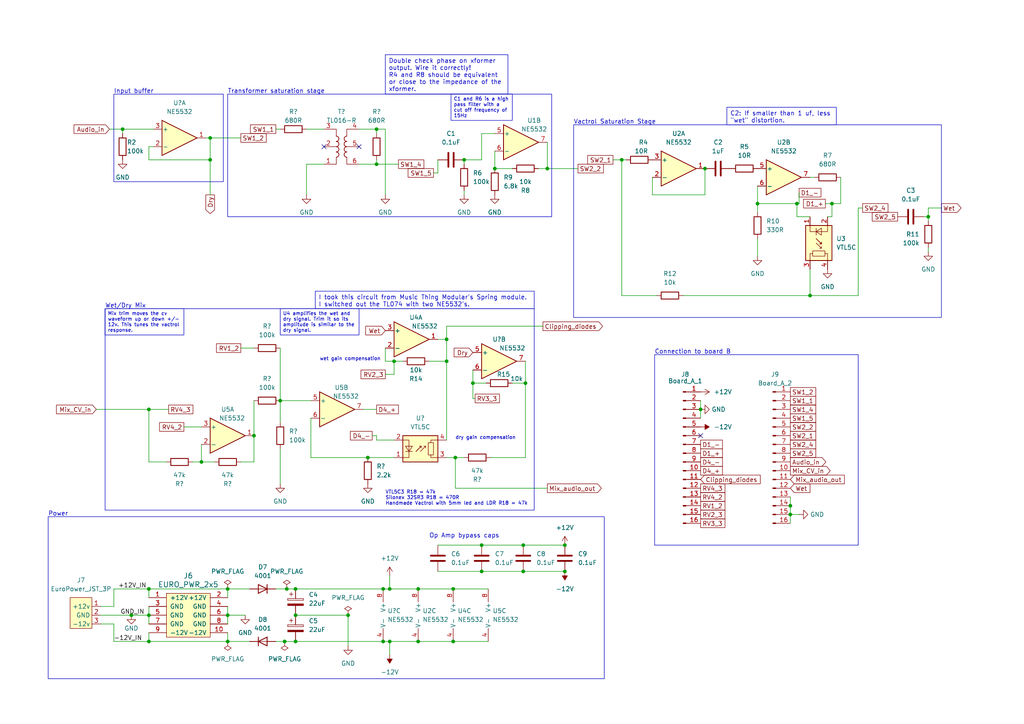
<source format=kicad_sch>
(kicad_sch (version 20230121) (generator eeschema)
  (paper "A4")
  (title_block (title "Eurorack Multi Saturation Module Board A") (date "2023-12-24") (rev "0.5") (company "DIYSynthManila") (comment 1 "This version is a prototype."))
  (lib_symbols
    (symbol "Amplifier_Operational:NE5532" (pin_names (offset 0.127))
      (property "Reference" "U" (at 0 5.08 0))
      (property "Value" "NE5532" (at 0 -5.08 0))
      (symbol "NE5532_1_1"
        (pin output line (at 7.62 0 180) (length 2.54) (name "~") (number "1"))
        (pin input line (at -7.62 -2.54 0) (length 2.54) (name "-") (number "2"))
        (pin input line (at -7.62 2.54 0) (length 2.54) (name "+") (number "3"))
      )
      (symbol "NE5532_2_1"
        (pin input line (at -7.62 2.54 0) (length 2.54) (name "+") (number "5"))
        (pin input line (at -7.62 -2.54 0) (length 2.54) (name "-") (number "6"))
        (pin output line (at 7.62 0 180) (length 2.54) (name "~") (number "7"))
      )
      (symbol "NE5532_3_1"
        (pin power_in line (at -2.54 -7.62 90) (length 3.81) (name "V-") (number "4"))
        (pin power_in line (at -2.54 7.62 270) (length 3.81) (name "V+") (number "8"))
      )
    )
    (symbol "Connector:Conn_01x16_Pin" (pin_names (offset 1.016) hide)
      (property "Reference" "J" (at 0 20.32 0))
      (property "Value" "Conn_01x16_Pin" (at 0 -22.86 0))
      (symbol "Conn_01x16_Pin_1_1"
        (pin passive line (at 5.08 17.78 180) (length 3.81) (name "Pin_1") (number "1"))
        (pin passive line (at 5.08 -5.08 180) (length 3.81) (name "Pin_10") (number "10"))
        (pin passive line (at 5.08 -7.62 180) (length 3.81) (name "Pin_11") (number "11"))
        (pin passive line (at 5.08 -10.16 180) (length 3.81) (name "Pin_12") (number "12"))
        (pin passive line (at 5.08 -12.7 180) (length 3.81) (name "Pin_13") (number "13"))
        (pin passive line (at 5.08 -15.24 180) (length 3.81) (name "Pin_14") (number "14"))
        (pin passive line (at 5.08 -17.78 180) (length 3.81) (name "Pin_15") (number "15"))
        (pin passive line (at 5.08 -20.32 180) (length 3.81) (name "Pin_16") (number "16"))
        (pin passive line (at 5.08 15.24 180) (length 3.81) (name "Pin_2") (number "2"))
        (pin passive line (at 5.08 12.7 180) (length 3.81) (name "Pin_3") (number "3"))
        (pin passive line (at 5.08 10.16 180) (length 3.81) (name "Pin_4") (number "4"))
        (pin passive line (at 5.08 7.62 180) (length 3.81) (name "Pin_5") (number "5"))
        (pin passive line (at 5.08 5.08 180) (length 3.81) (name "Pin_6") (number "6"))
        (pin passive line (at 5.08 2.54 180) (length 3.81) (name "Pin_7") (number "7"))
        (pin passive line (at 5.08 0 180) (length 3.81) (name "Pin_8") (number "8"))
        (pin passive line (at 5.08 -2.54 180) (length 3.81) (name "Pin_9") (number "9"))
      )
    )
    (symbol "DIYSynthMNL:JST_Eurorack_power_3P"
      (property "Reference" "J" (at -3.81 1.27 0))
      (property "Value" "EuroPower_JST_3P" (at -2.54 -10.16 0))
      (symbol "JST_Eurorack_power_3P_1_1"
        (pin power_in line (at 2.54 -2.54 180) (length 2.54) (name "+12v") (number "1"))
        (pin power_in line (at 2.54 -5.08 180) (length 2.54) (name "GND") (number "2"))
        (pin power_in line (at 2.54 -7.62 180) (length 2.54) (name "-12v") (number "3"))
      )
    )
    (symbol "Device:C" (pin_numbers hide) (pin_names (offset 0.254))
      (property "Reference" "C" (at 0.635 2.54 0))
      (property "Value" "C" (at 0.635 -2.54 0))
      (symbol "C_1_1"
        (pin passive line (at 0 3.81 270) (length 2.794) (name "~") (number "1"))
        (pin passive line (at 0 -3.81 90) (length 2.794) (name "~") (number "2"))
      )
    )
    (symbol "Device:C_Polarized" (pin_numbers hide) (pin_names (offset 0.254))
      (property "Reference" "C" (at 0.635 2.54 0))
      (property "Value" "C_Polarized" (at 0.635 -2.54 0))
      (symbol "C_Polarized_1_1"
        (pin passive line (at 0 3.81 270) (length 2.794) (name "~") (number "1"))
        (pin passive line (at 0 -3.81 90) (length 2.794) (name "~") (number "2"))
      )
    )
    (symbol "Device:D" (pin_numbers hide) (pin_names (offset 1.016) hide)
      (property "Reference" "D" (at 0 2.54 0))
      (property "Value" "D" (at 0 -2.54 0))
      (symbol "D_1_1"
        (pin passive line (at -3.81 0 0) (length 2.54) (name "K") (number "1"))
        (pin passive line (at 3.81 0 180) (length 2.54) (name "A") (number "2"))
      )
    )
    (symbol "Device:R" (pin_numbers hide) (pin_names (offset 0))
      (property "Reference" "R" (at 2.032 0 90))
      (property "Value" "R" (at 0 0 90))
      (symbol "R_1_1"
        (pin passive line (at 0 3.81 270) (length 1.27) (name "~") (number "1"))
        (pin passive line (at 0 -3.81 90) (length 1.27) (name "~") (number "2"))
      )
    )
    (symbol "Isolator:VTL5C" (pin_names (offset 1.016) hide)
      (property "Reference" "U" (at 0 5.08 0))
      (property "Value" "VTL5C" (at 0 -5.08 0))
      (symbol "VTL5C_1_1"
        (pin passive line (at -7.62 2.54 0) (length 2.54) (name "-") (number "1"))
        (pin passive line (at -7.62 -2.54 0) (length 2.54) (name "+") (number "2"))
        (pin passive line (at 7.62 2.54 180) (length 2.54) (name "~") (number "3"))
        (pin passive line (at 7.62 -2.54 180) (length 2.54) (name "~") (number "4"))
      )
    )
    (symbol "Transformer:ADTT3-2" (pin_names hide)
      (property "Reference" "TR" (at 0 6.35 0))
      (property "Value" "ADTT3-2" (at 0 -6.35 0))
      (symbol "ADTT3-2_1_1"
        (pin passive line (at -5.08 -5.08 0) (length 2.54) (name "~") (number "1"))
        (pin passive line (at -5.08 0 0) (length 2.54) (name "~") (number "2"))
        (pin passive line (at -5.08 5.08 0) (length 2.54) (name "~") (number "3"))
        (pin passive line (at 5.08 5.08 180) (length 2.54) (name "~") (number "4"))
        (pin passive line (at 5.08 0 180) (length 2.54) (name "~") (number "5"))
        (pin passive line (at 5.08 -5.08 180) (length 2.54) (name "~") (number "6"))
      )
    )
    (symbol "eurocad:EURO_PWR_2x5" (pin_names (offset 1.016))
      (property "Reference" "J" (at 0 -7.62 0))
      (property "Value" "EURO_PWR_2x5" (at 0 7.62 0))
      (symbol "EURO_PWR_2x5_1_1"
        (pin power_in line (at -11.43 5.08 0) (length 5.08) (name "+12V") (number "1"))
        (pin power_in line (at 11.43 -5.08 180) (length 5.08) (name "-12V") (number "10"))
        (pin power_in line (at 11.43 5.08 180) (length 5.08) (name "+12V") (number "2"))
        (pin power_in line (at -11.43 2.54 0) (length 5.08) (name "GND") (number "3"))
        (pin power_in line (at 11.43 2.54 180) (length 5.08) (name "GND") (number "4"))
        (pin power_in line (at -11.43 0 0) (length 5.08) (name "GND") (number "5"))
        (pin power_in line (at 11.43 0 180) (length 5.08) (name "GND") (number "6"))
        (pin power_in line (at -11.43 -2.54 0) (length 5.08) (name "GND") (number "7"))
        (pin power_in line (at 11.43 -2.54 180) (length 5.08) (name "GND") (number "8"))
        (pin power_in line (at -11.43 -5.08 0) (length 5.08) (name "-12V") (number "9"))
      )
    )
    (symbol "power:+12V" (power) (pin_names (offset 0))
      (property "Value" "+12V" (at 0 3.556 0))
      (symbol "+12V_1_1"
        (pin power_in line (at 0 0 90) (length 0) hide (name "+12V") (number "1"))
      )
    )
    (symbol "power:-12V" (power) (pin_names (offset 0))
      (property "Value" "-12V" (at 0 3.81 0))
      (symbol "-12V_0_0"
        (pin power_in line (at 0 0 90) (length 0) hide (name "-12V") (number "1"))
      )
    )
    (symbol "power:GND" (power) (pin_names (offset 0))
      (property "Value" "GND" (at 0 -3.81 0))
      (symbol "GND_1_1"
        (pin power_in line (at 0 0 270) (length 0) hide (name "GND") (number "1"))
      )
    )
    (symbol "power:PWR_FLAG" (power) (pin_numbers hide) (pin_names (offset 0) hide)
      (property "Value" "PWR_FLAG" (at 0 3.81 0))
      (symbol "PWR_FLAG_0_0"
        (pin power_out line (at 0 0 90) (length 0) (name "pwr") (number "1"))
      )
    )
  )
  (junction (at 163.83 158.115))
  (junction (at 229.235 146.685))
  (junction (at 113.03 170.815))
  (junction (at 109.22 47.625))
  (junction (at 163.83 165.735))
  (junction (at 129.54 98.425))
  (junction (at 85.725 186.055))
  (junction (at 73.66 126.365))
  (junction (at 139.7 165.735))
  (junction (at 111.125 186.055))
  (junction (at 121.285 186.055))
  (junction (at 85.725 178.435))
  (junction (at 43.18 178.435))
  (junction (at 111.125 170.815))
  (junction (at 66.04 186.055))
  (junction (at 60.96 46.355))
  (junction (at 134.62 46.355))
  (junction (at 231.14 59.055))
  (junction (at 241.3 59.055))
  (junction (at 269.24 62.865))
  (junction (at 58.42 133.985))
  (junction (at 180.34 46.355))
  (junction (at 43.18 186.055))
  (junction (at 151.765 158.115))
  (junction (at 229.235 149.225))
  (junction (at 35.56 37.465))
  (junction (at 204.47 48.895))
  (junction (at 203.2 118.745))
  (junction (at 43.18 118.745))
  (junction (at 131.445 186.055))
  (junction (at 132.08 132.715))
  (junction (at 139.7 158.115))
  (junction (at 113.03 186.055))
  (junction (at 152.4 111.125))
  (junction (at 66.04 178.435))
  (junction (at 129.54 104.775))
  (junction (at 85.725 170.815))
  (junction (at 219.71 59.055))
  (junction (at 100.965 178.435))
  (junction (at 114.3 104.775))
  (junction (at 109.22 37.465))
  (junction (at 158.75 48.895))
  (junction (at 81.28 116.205))
  (junction (at 151.765 165.735))
  (junction (at 60.96 40.005))
  (junction (at 38.1 178.435))
  (junction (at 143.51 48.895))
  (junction (at 121.285 170.815))
  (junction (at 66.04 170.815))
  (junction (at 83.185 170.815))
  (junction (at 82.55 186.055))
  (junction (at 131.445 170.815))
  (junction (at 137.16 111.125))
  (junction (at 43.18 170.815))
  (junction (at 234.95 85.725))
  (junction (at 106.68 132.715))
  (no_connect (at 203.2 126.365))
  (no_connect (at 93.98 42.545))
  (no_connect (at 104.14 42.545))
  (wire (pts (xy 231.14 62.865) (xy 231.14 59.055)))
  (wire (pts (xy 43.18 133.985) (xy 43.18 118.745)))
  (wire (pts (xy 132.08 141.605) (xy 158.75 141.605)))
  (wire (pts (xy 139.7 158.115) (xy 151.765 158.115)))
  (wire (pts (xy 38.1 178.435) (xy 43.18 178.435)))
  (wire (pts (xy 137.16 111.125) (xy 140.97 111.125)))
  (wire (pts (xy 134.62 46.355) (xy 139.7 46.355)))
  (wire (pts (xy 157.48 94.615) (xy 129.54 94.615)))
  (wire (pts (xy 129.54 104.775) (xy 129.54 98.425)))
  (wire (pts (xy 109.22 46.355) (xy 109.22 47.625)))
  (wire (pts (xy 27.94 118.745) (xy 43.18 118.745)))
  (wire (pts (xy 269.24 73.025) (xy 269.24 71.755)))
  (wire (pts (xy 114.3 108.585) (xy 111.76 108.585)))
  (wire (pts (xy 231.775 149.225) (xy 229.235 149.225)))
  (wire (pts (xy 114.3 104.775) (xy 114.3 108.585)))
  (wire (pts (xy 158.75 41.275) (xy 158.75 48.895)))
  (wire (pts (xy 104.14 37.465) (xy 109.22 37.465)))
  (wire (pts (xy 85.725 186.055) (xy 111.125 186.055)))
  (wire (pts (xy 143.51 43.815) (xy 143.51 48.895)))
  (wire (pts (xy 88.9 47.625) (xy 88.9 56.515)))
  (wire (pts (xy 121.285 186.055) (xy 131.445 186.055)))
  (wire (pts (xy 88.9 47.625) (xy 93.98 47.625)))
  (wire (pts (xy 90.17 121.285) (xy 90.17 132.715)))
  (wire (pts (xy 66.04 175.895) (xy 66.04 178.435)))
  (wire (pts (xy 113.03 170.815) (xy 121.285 170.815)))
  (wire (pts (xy 250.19 60.325) (xy 248.92 60.325)))
  (wire (pts (xy 134.62 55.245) (xy 134.62 56.515)))
  (wire (pts (xy 241.3 59.055) (xy 241.3 62.865)))
  (wire (pts (xy 269.24 60.325) (xy 273.05 60.325)))
  (wire (pts (xy 109.22 37.465) (xy 111.76 37.465)))
  (wire (pts (xy 127 165.735) (xy 139.7 165.735)))
  (wire (pts (xy 44.45 42.545) (xy 43.18 42.545)))
  (wire (pts (xy 43.18 183.515) (xy 43.18 186.055)))
  (wire (pts (xy 131.445 186.055) (xy 141.605 186.055)))
  (wire (pts (xy 66.04 170.815) (xy 43.18 170.815)))
  (wire (pts (xy 229.235 146.685) (xy 229.235 149.225)))
  (wire (pts (xy 219.71 59.055) (xy 231.14 59.055)))
  (wire (pts (xy 269.24 62.865) (xy 267.97 62.865)))
  (wire (pts (xy 85.725 170.815) (xy 111.125 170.815)))
  (wire (pts (xy 33.02 180.975) (xy 33.02 186.055)))
  (wire (pts (xy 113.03 167.005) (xy 113.03 170.815)))
  (wire (pts (xy 131.445 170.815) (xy 141.605 170.815)))
  (wire (pts (xy 109.22 38.735) (xy 109.22 37.465)))
  (wire (pts (xy 60.96 46.355) (xy 60.96 40.005)))
  (wire (pts (xy 81.28 116.205) (xy 81.28 122.555)))
  (wire (pts (xy 231.14 62.865) (xy 234.95 62.865)))
  (wire (pts (xy 81.28 37.465) (xy 80.01 37.465)))
  (wire (pts (xy 203.2 116.205) (xy 203.2 118.745)))
  (wire (pts (xy 234.95 51.435) (xy 236.22 51.435)))
  (wire (pts (xy 66.04 170.815) (xy 72.39 170.815)))
  (wire (pts (xy 113.03 186.055) (xy 113.03 189.865)))
  (wire (pts (xy 109.22 127.635) (xy 109.22 126.365)))
  (wire (pts (xy 107.95 126.365) (xy 109.22 126.365)))
  (wire (pts (xy 48.26 133.985) (xy 43.18 133.985)))
  (wire (pts (xy 85.725 178.435) (xy 100.965 178.435)))
  (wire (pts (xy 152.4 111.125) (xy 152.4 132.715)))
  (wire (pts (xy 241.3 62.865) (xy 240.03 62.865)))
  (wire (pts (xy 80.01 170.815) (xy 83.185 170.815)))
  (wire (pts (xy 35.56 37.465) (xy 44.45 37.465)))
  (wire (pts (xy 113.03 186.055) (xy 121.285 186.055)))
  (wire (pts (xy 113.03 170.815) (xy 111.125 170.815)))
  (wire (pts (xy 219.71 69.215) (xy 219.71 74.295)))
  (wire (pts (xy 113.03 186.055) (xy 111.125 186.055)))
  (wire (pts (xy 59.69 40.005) (xy 60.96 40.005)))
  (wire (pts (xy 66.04 178.435) (xy 66.04 180.975)))
  (wire (pts (xy 152.4 132.715) (xy 142.24 132.715)))
  (wire (pts (xy 148.59 111.125) (xy 152.4 111.125)))
  (wire (pts (xy 127 46.355) (xy 127 50.165)))
  (wire (pts (xy 269.24 60.325) (xy 269.24 62.865)))
  (wire (pts (xy 43.18 175.895) (xy 43.18 178.435)))
  (wire (pts (xy 58.42 128.905) (xy 58.42 133.985)))
  (wire (pts (xy 33.02 175.895) (xy 33.02 170.815)))
  (wire (pts (xy 111.76 56.515) (xy 111.76 37.465)))
  (wire (pts (xy 73.66 126.365) (xy 73.66 133.985)))
  (wire (pts (xy 269.24 64.135) (xy 269.24 62.865)))
  (wire (pts (xy 29.21 178.435) (xy 38.1 178.435)))
  (wire (pts (xy 151.765 165.735) (xy 163.83 165.735)))
  (wire (pts (xy 127 158.115) (xy 139.7 158.115)))
  (wire (pts (xy 219.71 53.975) (xy 219.71 59.055)))
  (wire (pts (xy 80.01 186.055) (xy 82.55 186.055)))
  (wire (pts (xy 152.4 104.775) (xy 152.4 111.125)))
  (wire (pts (xy 58.42 133.985) (xy 62.23 133.985)))
  (wire (pts (xy 248.92 60.325) (xy 248.92 85.725)))
  (wire (pts (xy 243.84 59.055) (xy 241.3 59.055)))
  (wire (pts (xy 151.765 158.115) (xy 163.83 158.115)))
  (wire (pts (xy 83.185 170.815) (xy 85.725 170.815)))
  (wire (pts (xy 129.54 94.615) (xy 129.54 98.425)))
  (wire (pts (xy 66.04 173.355) (xy 66.04 170.815)))
  (wire (pts (xy 219.71 61.595) (xy 219.71 59.055)))
  (wire (pts (xy 66.04 186.055) (xy 72.39 186.055)))
  (wire (pts (xy 100.965 187.325) (xy 100.965 178.435)))
  (wire (pts (xy 129.54 104.775) (xy 129.54 127.635)))
  (wire (pts (xy 134.62 47.625) (xy 134.62 46.355)))
  (wire (pts (xy 156.21 48.895) (xy 158.75 48.895)))
  (wire (pts (xy 229.235 144.145) (xy 229.235 146.685)))
  (wire (pts (xy 243.84 51.435) (xy 243.84 59.055)))
  (wire (pts (xy 43.18 178.435) (xy 43.18 180.975)))
  (wire (pts (xy 180.34 85.725) (xy 180.34 46.355)))
  (wire (pts (xy 81.28 116.205) (xy 90.17 116.205)))
  (wire (pts (xy 33.02 186.055) (xy 43.18 186.055)))
  (wire (pts (xy 234.95 78.105) (xy 234.95 85.725)))
  (wire (pts (xy 180.34 46.355) (xy 181.61 46.355)))
  (wire (pts (xy 109.22 47.625) (xy 115.57 47.625)))
  (wire (pts (xy 137.16 111.125) (xy 137.16 115.57)))
  (wire (pts (xy 189.23 51.435) (xy 189.23 56.515)))
  (wire (pts (xy 69.85 133.985) (xy 73.66 133.985)))
  (wire (pts (xy 124.46 104.775) (xy 129.54 104.775)))
  (wire (pts (xy 198.12 85.725) (xy 234.95 85.725)))
  (wire (pts (xy 132.08 132.715) (xy 134.62 132.715)))
  (wire (pts (xy 43.18 170.815) (xy 43.18 173.355)))
  (wire (pts (xy 203.2 118.745) (xy 203.2 121.285)))
  (wire (pts (xy 132.08 141.605) (xy 132.08 132.715)))
  (wire (pts (xy 139.7 38.735) (xy 139.7 46.355)))
  (wire (pts (xy 109.22 127.635) (xy 114.3 127.635)))
  (wire (pts (xy 158.75 48.895) (xy 167.64 48.895)))
  (wire (pts (xy 29.21 175.895) (xy 33.02 175.895)))
  (wire (pts (xy 82.55 186.055) (xy 85.725 186.055)))
  (wire (pts (xy 35.56 38.735) (xy 35.56 37.465)))
  (wire (pts (xy 143.51 48.895) (xy 148.59 48.895)))
  (wire (pts (xy 111.76 104.775) (xy 114.3 104.775)))
  (wire (pts (xy 177.8 46.355) (xy 180.34 46.355)))
  (wire (pts (xy 180.34 85.725) (xy 190.5 85.725)))
  (wire (pts (xy 229.235 149.225) (xy 229.235 151.765)))
  (wire (pts (xy 81.28 100.965) (xy 81.28 116.205)))
  (wire (pts (xy 231.775 55.88) (xy 231.775 59.055)))
  (wire (pts (xy 55.88 133.985) (xy 58.42 133.985)))
  (wire (pts (xy 60.96 46.355) (xy 60.96 56.515)))
  (wire (pts (xy 139.7 38.735) (xy 143.51 38.735)))
  (wire (pts (xy 189.23 56.515) (xy 204.47 56.515)))
  (wire (pts (xy 60.96 40.005) (xy 69.85 40.005)))
  (wire (pts (xy 127 50.165) (xy 125.73 50.165)))
  (wire (pts (xy 111.76 100.965) (xy 111.76 104.775)))
  (wire (pts (xy 43.18 46.355) (xy 60.96 46.355)))
  (wire (pts (xy 231.775 59.055) (xy 231.14 59.055)))
  (wire (pts (xy 139.7 165.735) (xy 151.765 165.735)))
  (wire (pts (xy 43.18 118.745) (xy 48.895 118.745)))
  (wire (pts (xy 66.04 186.055) (xy 66.04 183.515)))
  (wire (pts (xy 121.285 170.815) (xy 131.445 170.815)))
  (wire (pts (xy 106.68 132.715) (xy 114.3 132.715)))
  (wire (pts (xy 129.54 132.715) (xy 132.08 132.715)))
  (wire (pts (xy 248.92 85.725) (xy 234.95 85.725)))
  (wire (pts (xy 88.9 37.465) (xy 93.98 37.465)))
  (wire (pts (xy 29.21 180.975) (xy 33.02 180.975)))
  (wire (pts (xy 114.3 104.775) (xy 116.84 104.775)))
  (wire (pts (xy 53.34 123.825) (xy 58.42 123.825)))
  (wire (pts (xy 43.18 42.545) (xy 43.18 46.355)))
  (wire (pts (xy 81.28 130.175) (xy 81.28 140.335)))
  (wire (pts (xy 204.47 56.515) (xy 204.47 48.895)))
  (wire (pts (xy 129.54 98.425) (xy 127 98.425)))
  (wire (pts (xy 90.17 132.715) (xy 106.68 132.715)))
  (wire (pts (xy 137.16 115.57) (xy 137.795 115.57)))
  (wire (pts (xy 73.66 116.205) (xy 73.66 126.365)))
  (wire (pts (xy 137.16 107.315) (xy 137.16 111.125)))
  (wire (pts (xy 239.395 59.055) (xy 241.3 59.055)))
  (wire (pts (xy 31.75 37.465) (xy 35.56 37.465)))
  (wire (pts (xy 66.04 178.435) (xy 71.12 178.435)))
  (wire (pts (xy 109.22 118.745) (xy 105.41 118.745)))
  (wire (pts (xy 104.14 47.625) (xy 109.22 47.625)))
  (wire (pts (xy 43.18 186.055) (xy 66.04 186.055)))
  (wire (pts (xy 69.85 100.965) (xy 73.66 100.965)))
  (wire (pts (xy 33.02 170.815) (xy 43.18 170.815)))
  (rectangle (start 189.865 102.87) (end 248.92 158.115))
  (rectangle (start 33.02 27.305) (end 64.77 52.705))
  (rectangle (start 13.97 149.86) (end 175.26 196.85))
  (rectangle (start 66.04 27.305) (end 160.02 62.865))
  (rectangle (start 30.48 89.535) (end 154.94 147.955))
  (rectangle (start 166.37 36.195) (end 273.05 92.075))
  (text_box "C1 and R6 is a high pass filter with a cut off frequency of 15Hz" (at 130.81 27.305 0) (size 17.78 7.62) (effects (font (size 1 1)) (justify left top)))
  (text_box "Double check phase on xformer output. Wire it correctly!\nR4 and R8 should be equivalent or close to the impedance of the xformer." (at 111.76 15.875 0) (size 35.56 11.43) (effects (font (size 1.27 1.27)) (justify left top)))
  (text_box "I took this circuit from Music Thing Modular's Spring module. I switched out the TL074 with two NE5532's." (at 91.44 84.455 0) (size 63.5 5.08) (effects (font (size 1.27 1.27)) (justify left top)))
  (text_box "U4 amplifies the wet and dry signal. Trim it so its amplitude is similar to the dry signal." (at 81.28 89.535 0) (size 22.86 7.62) (effects (font (size 1 1)) (justify left top)))
  (text_box "C2: If smaller than 1 uf, less \"wet\" distortion." (at 210.82 31.115 0) (size 31.75 5.08) (effects (font (size 1.27 1.27)) (justify left top)))
  (text_box "Mix trim moves the cv waveform up or down +/- 12v. This tunes the vactrol response." (at 30.48 89.535 0) (size 22.86 7.62) (effects (font (size 1 1)) (justify left top)))
  (text "VTL5C3 R18 = 47k\nSilonex 32SR3 R18 = 470R\nHandmade Vactrol with 5mm led and LDR R18 = 47k" (at 111.76 146.685 0) (effects (font (size 1 1)) (justify left bottom)))
  (text "Wet/Dry Mix" (at 30.48 89.535 0) (effects (font (size 1.27 1.27)) (justify left bottom)))
  (text "Vactrol Saturation Stage" (at 166.37 36.195 0) (effects (font (size 1.27 1.27)) (justify left bottom)))
  (text "dry gain compensation\n" (at 132.08 127.635 0) (effects (font (size 1 1)) (justify left bottom)))
  (text "Input buffer" (at 33.02 27.305 0) (effects (font (size 1.27 1.27)) (justify left bottom)))
  (text "Power" (at 13.97 149.86 0) (effects (font (size 1.27 1.27)) (justify left bottom)))
  (text "Connection to board B" (at 189.865 102.87 0) (effects (font (size 1.27 1.27)) (justify left bottom)))
  (text "Transformer saturation stage" (at 66.04 27.305 0) (effects (font (size 1.27 1.27)) (justify left bottom)))
  (text "Op Amp bypass caps" (at 124.46 156.21 0) (effects (font (size 1.27 1.27)) (justify left bottom)))
  (text "wet gain compensation\n" (at 92.71 104.775 0) (effects (font (size 1 1)) (justify left bottom)))
  (label "GND_IN" (at 34.925 178.435 0))
  (label "+12V_IN" (at 34.29 170.815 0))
  (label "-12V_IN" (at 33.02 186.055 0))
  (global_label "Audio_in" (shape output) (at 229.235 133.985 0) (property "Intersheetrefs" "${INTERSHEET_REFS}" (effects hide)))
  (global_label "D4_+" (shape passive) (at 109.22 118.745 0) (property "Intersheetrefs" "${INTERSHEET_REFS}" (effects hide)))
  (global_label "SW2_4" (shape passive) (at 250.19 60.325 0) (property "Intersheetrefs" "${INTERSHEET_REFS}" (effects hide)))
  (global_label "SW1_1" (shape passive) (at 80.01 37.465 180) (property "Intersheetrefs" "${INTERSHEET_REFS}" (effects hide)))
  (global_label "SW2_1" (shape passive) (at 177.8 46.355 180) (property "Intersheetrefs" "${INTERSHEET_REFS}" (effects hide)))
  (global_label "Wet" (shape input) (at 111.76 95.885 180) (property "Intersheetrefs" "${INTERSHEET_REFS}" (effects hide)))
  (global_label "D4_+" (shape passive) (at 203.2 136.525 0) (property "Intersheetrefs" "${INTERSHEET_REFS}" (effects hide)))
  (global_label "RV3_3" (shape passive) (at 137.795 115.57 0) (property "Intersheetrefs" "${INTERSHEET_REFS}" (effects hide)))
  (global_label "RV1_2" (shape passive) (at 69.85 100.965 180) (property "Intersheetrefs" "${INTERSHEET_REFS}" (effects hide)))
  (global_label "Clipping_diodes" (shape output) (at 157.48 94.615 0) (property "Intersheetrefs" "${INTERSHEET_REFS}" (effects hide)))
  (global_label "SW2_5" (shape passive) (at 229.235 131.445 0) (property "Intersheetrefs" "${INTERSHEET_REFS}" (effects hide)))
  (global_label "SW2_4" (shape passive) (at 229.235 128.905 0) (property "Intersheetrefs" "${INTERSHEET_REFS}" (effects hide)))
  (global_label "Wet" (shape input) (at 229.235 141.605 0) (property "Intersheetrefs" "${INTERSHEET_REFS}" (effects hide)))
  (global_label "SW1_4" (shape passive) (at 115.57 47.625 0) (property "Intersheetrefs" "${INTERSHEET_REFS}" (effects hide)))
  (global_label "Mix_audio_out" (shape input) (at 229.235 139.065 0) (property "Intersheetrefs" "${INTERSHEET_REFS}" (effects hide)))
  (global_label "RV4_3" (shape passive) (at 203.2 141.605 0) (property "Intersheetrefs" "${INTERSHEET_REFS}" (effects hide)))
  (global_label "Audio_in" (shape input) (at 31.75 37.465 180) (property "Intersheetrefs" "${INTERSHEET_REFS}" (effects hide)))
  (global_label "Mix_CV_in" (shape output) (at 229.235 136.525 0) (property "Intersheetrefs" "${INTERSHEET_REFS}" (effects hide)))
  (global_label "RV4_3" (shape passive) (at 48.895 118.745 0) (property "Intersheetrefs" "${INTERSHEET_REFS}" (effects hide)))
  (global_label "D1_-" (shape passive) (at 231.775 55.88 0) (property "Intersheetrefs" "${INTERSHEET_REFS}" (effects hide)))
  (global_label "SW1_2" (shape passive) (at 69.85 40.005 0) (property "Intersheetrefs" "${INTERSHEET_REFS}" (effects hide)))
  (global_label "SW2_2" (shape passive) (at 167.64 48.895 0) (property "Intersheetrefs" "${INTERSHEET_REFS}" (effects hide)))
  (global_label "SW1_5" (shape passive) (at 229.235 121.285 0) (property "Intersheetrefs" "${INTERSHEET_REFS}" (effects hide)))
  (global_label "RV4_2" (shape passive) (at 53.34 123.825 180) (property "Intersheetrefs" "${INTERSHEET_REFS}" (effects hide)))
  (global_label "RV2_3" (shape passive) (at 203.2 149.225 0) (property "Intersheetrefs" "${INTERSHEET_REFS}" (effects hide)))
  (global_label "Dry" (shape output) (at 60.96 56.515 270) (property "Intersheetrefs" "${INTERSHEET_REFS}" (effects hide)))
  (global_label "D1_-" (shape passive) (at 203.2 128.905 0) (property "Intersheetrefs" "${INTERSHEET_REFS}" (effects hide)))
  (global_label "SW1_4" (shape passive) (at 229.235 118.745 0) (property "Intersheetrefs" "${INTERSHEET_REFS}" (effects hide)))
  (global_label "RV3_3" (shape passive) (at 203.2 151.765 0) (property "Intersheetrefs" "${INTERSHEET_REFS}" (effects hide)))
  (global_label "D4_-" (shape passive) (at 203.2 133.985 0) (property "Intersheetrefs" "${INTERSHEET_REFS}" (effects hide)))
  (global_label "D1_+" (shape passive) (at 239.395 59.055 180) (property "Intersheetrefs" "${INTERSHEET_REFS}" (effects hide)))
  (global_label "Mix_audio_out" (shape output) (at 158.75 141.605 0) (property "Intersheetrefs" "${INTERSHEET_REFS}" (effects hide)))
  (global_label "Mix_CV_in" (shape input) (at 27.94 118.745 180) (property "Intersheetrefs" "${INTERSHEET_REFS}" (effects hide)))
  (global_label "SW1_5" (shape passive) (at 125.73 50.165 180) (property "Intersheetrefs" "${INTERSHEET_REFS}" (effects hide)))
  (global_label "SW2_1" (shape passive) (at 229.235 126.365 0) (property "Intersheetrefs" "${INTERSHEET_REFS}" (effects hide)))
  (global_label "RV4_2" (shape passive) (at 203.2 144.145 0) (property "Intersheetrefs" "${INTERSHEET_REFS}" (effects hide)))
  (global_label "RV2_3" (shape passive) (at 111.76 108.585 180) (property "Intersheetrefs" "${INTERSHEET_REFS}" (effects hide)))
  (global_label "SW2_2" (shape passive) (at 229.235 123.825 0) (property "Intersheetrefs" "${INTERSHEET_REFS}" (effects hide)))
  (global_label "SW1_2" (shape passive) (at 229.235 113.665 0) (property "Intersheetrefs" "${INTERSHEET_REFS}" (effects hide)))
  (global_label "D1_+" (shape passive) (at 203.2 131.445 0) (property "Intersheetrefs" "${INTERSHEET_REFS}" (effects hide)))
  (global_label "Clipping_diodes" (shape input) (at 203.2 139.065 0) (property "Intersheetrefs" "${INTERSHEET_REFS}" (effects hide)))
  (global_label "Dry" (shape input) (at 137.16 102.235 180) (property "Intersheetrefs" "${INTERSHEET_REFS}" (effects hide)))
  (global_label "D4_-" (shape passive) (at 107.95 126.365 180) (property "Intersheetrefs" "${INTERSHEET_REFS}" (effects hide)))
  (global_label "RV1_2" (shape passive) (at 203.2 146.685 0) (property "Intersheetrefs" "${INTERSHEET_REFS}" (effects hide)))
  (global_label "Wet" (shape output) (at 273.05 60.325 0) (property "Intersheetrefs" "${INTERSHEET_REFS}" (effects hide)))
  (global_label "SW1_1" (shape passive) (at 229.235 116.205 0) (property "Intersheetrefs" "${INTERSHEET_REFS}" (effects hide)))
  (global_label "SW2_5" (shape passive) (at 260.35 62.865 180) (property "Intersheetrefs" "${INTERSHEET_REFS}" (effects hide)))
  (symbol (lib_id "Amplifier_Operational:NE5532") (at 113.665 178.435 0) (unit 3)
    (property "Reference" "U?" (at 112.395 177.165 0) (effects (justify left)))
    (property "Value" "NE5532" (at 112.395 179.705 0) (effects (justify left)))
    (property "Footprint" "DIYSynthMNL:DIP-8_W7.62mm_LongPads" (effects hide))
    (property "Datasheet" "http://www.ti.com/lit/ds/symlink/ne5532.pdf" (effects hide))
    (instances (project "Multi Saturation Module" (path "" (reference "U?") (unit 3))) (project "Multi saturation module" (path "" (reference "U1") (unit 3)) (path "" (reference "U1") (unit 3))))
  )
  (symbol (lib_id "Device:R") (at 77.47 116.205 270) (unit 1)
    (property "Reference" "R?" (at 77.47 109.855 90))
    (property "Value" "100k" (at 77.47 112.395 90))
    (property "Footprint" "DIYSynthMNL:R_quarter_watt_L6.3mm_D2.5mm_P7.62mm" (effects hide))
    (instances (project "Multi Saturation Module" (path "" (reference "R?") (unit 1))) (project "Multi saturation module" (path "" (reference "R16") (unit 1)) (path "" (reference "R16") (unit 1))))
  )
  (symbol (lib_id "power:PWR_FLAG") (at 100.965 178.435 0) (unit 1)
    (property "Reference" "#FLG?" (effects hide))
    (property "Value" "PWR_FLAG" (at 100.965 173.355 0))
    (instances (project "Multi Saturation Module" (path "" (reference "#FLG?") (unit 1))) (project "Multi saturation module" (path "" (reference "#FLG02") (unit 1)) (path "" (reference "#FLG03") (unit 1))))
  )
  (symbol (lib_id "power:GND") (at 240.03 78.105 0) (unit 1)
    (property "Reference" "#PWR09" (effects hide))
    (property "Value" "GND" (at 240.03 83.185 0))
  )
  (symbol (lib_id "Isolator:VTL5C") (at 237.49 70.485 90) (mirror x) (unit 1)
    (property "Reference" "U3" (at 242.57 69.215 90) (effects (justify right)))
    (property "Value" "VTL5C" (at 242.57 71.755 90) (effects (justify right)))
    (property "Footprint" "DIYSynthMNL:Handmade_vactrol_5mm" (effects hide))
    (property "Datasheet" "http://www.qsl.net/wa1ion/vactrol/vactrol.pdf" (effects hide))
  )
  (symbol (lib_id "Device:R") (at 185.42 46.355 90) (mirror x) (unit 1)
    (property "Reference" "R4" (at 187.96 41.275 90) (effects (justify left)))
    (property "Value" "10R" (at 187.96 43.815 90) (effects (justify left)))
    (property "Footprint" "DIYSynthMNL:R_quarter_watt_L6.3mm_D2.5mm_P7.62mm" (effects hide))
  )
  (symbol (lib_id "power:GND") (at 35.56 46.355 0) (unit 1)
    (property "Reference" "#PWR02" (effects hide))
    (property "Value" "GND" (at 35.56 51.435 0))
  )
  (symbol (lib_id "power:GND") (at 106.68 140.335 0) (mirror y) (unit 1)
    (property "Reference" "#PWR?" (effects hide))
    (property "Value" "GND" (at 106.68 145.415 0))
    (instances (project "Multi Saturation Module" (path "" (reference "#PWR?") (unit 1))) (project "Multi saturation module" (path "" (reference "#PWR019") (unit 1)) (path "" (reference "#PWR019") (unit 1))))
  )
  (symbol (lib_id "Device:R") (at 138.43 132.715 90) (mirror x) (unit 1)
    (property "Reference" "R?" (at 138.43 139.065 90))
    (property "Value" "47k" (at 138.43 136.525 90))
    (property "Footprint" "DIYSynthMNL:R_quarter_watt_L6.3mm_D2.5mm_P7.62mm" (effects hide))
    (instances (project "Multi Saturation Module" (path "" (reference "R?") (unit 1))) (project "Multi saturation module" (path "" (reference "R18") (unit 1)) (path "" (reference "R18") (unit 1))))
  )
  (symbol (lib_id "Device:C") (at 130.81 46.355 270) (unit 1)
    (property "Reference" "C1" (at 130.81 38.735 90))
    (property "Value" "0.1uF" (at 130.81 41.275 90))
    (property "Footprint" "DIYSynthMNL:C_Rect_L7.0mm_W2.0mm_P5.00mm_BigPads" (effects hide))
  )
  (symbol (lib_id "Device:R") (at 85.09 37.465 90) (unit 1)
    (property "Reference" "R?" (at 85.09 32.385 90))
    (property "Value" "680R" (at 85.09 34.925 90))
    (property "Footprint" "DIYSynthMNL:R_quarter_watt_L6.3mm_D2.5mm_P7.62mm" (effects hide))
    (instances (project "Multi Saturation Module" (path "" (reference "R?") (unit 1))) (project "Multi saturation module" (path "" (reference "R1") (unit 1)) (path "" (reference "R1") (unit 1))))
  )
  (symbol (lib_id "Amplifier_Operational:NE5532") (at 151.13 41.275 0) (unit 2)
    (property "Reference" "U1" (at 154.94 34.925 0))
    (property "Value" "NE5532" (at 154.94 37.465 0))
    (property "Footprint" "DIYSynthMNL:DIP-8_W7.62mm_LongPads" (effects hide))
    (property "Datasheet" "http://www.ti.com/lit/ds/symlink/ne5532.pdf" (effects hide))
  )
  (symbol (lib_id "Device:R") (at 66.04 133.985 90) (mirror x) (unit 1)
    (property "Reference" "R?" (at 66.04 140.335 90))
    (property "Value" "47k" (at 66.04 137.795 90))
    (property "Footprint" "DIYSynthMNL:R_quarter_watt_L6.3mm_D2.5mm_P7.62mm" (effects hide))
    (instances (project "Multi Saturation Module" (path "" (reference "R?") (unit 1))) (project "Multi saturation module" (path "" (reference "R20") (unit 1)) (path "" (reference "R20") (unit 1))))
  )
  (symbol (lib_id "Amplifier_Operational:NE5532") (at 227.33 51.435 0) (unit 2)
    (property "Reference" "U2" (at 227.33 41.275 0))
    (property "Value" "NE5532" (at 227.33 43.815 0))
    (property "Footprint" "DIYSynthMNL:DIP-8_W7.62mm_LongPads" (effects hide))
    (property "Datasheet" "http://www.ti.com/lit/ds/symlink/ne5532.pdf" (effects hide))
  )
  (symbol (lib_id "power:+12V") (at 203.2 113.665 270) (unit 1)
    (property "Reference" "#PWR029" (effects hide))
    (property "Value" "+12V" (at 207.01 113.665 90) (effects (justify left)))
    (instances (project "Multi saturation module" (path "" (reference "#PWR029") (unit 1)) (path "" (reference "#PWR033") (unit 1))))
  )
  (symbol (lib_id "Amplifier_Operational:NE5532") (at 133.985 178.435 0) (unit 3)
    (property "Reference" "U4" (at 132.715 177.165 0) (effects (justify left)))
    (property "Value" "NE5532" (at 132.715 179.705 0) (effects (justify left)))
    (property "Footprint" "DIYSynthMNL:DIP-8_W7.62mm_LongPads" (effects hide))
    (property "Datasheet" "http://www.ti.com/lit/ds/symlink/ne5532.pdf" (effects hide))
  )
  (symbol (lib_id "Device:R") (at 77.47 100.965 90) (unit 1)
    (property "Reference" "R?" (at 77.47 94.615 90))
    (property "Value" "100k" (at 77.47 97.155 90))
    (property "Footprint" "DIYSynthMNL:R_quarter_watt_L6.3mm_D2.5mm_P7.62mm" (effects hide))
    (instances (project "Multi Saturation Module" (path "" (reference "R?") (unit 1))) (project "Multi saturation module" (path "" (reference "R13") (unit 1)) (path "" (reference "R13") (unit 1))))
  )
  (symbol (lib_id "Isolator:VTL5C") (at 121.92 130.175 0) (mirror x) (unit 1)
    (property "Reference" "U?" (at 121.92 121.285 0))
    (property "Value" "VTL5C" (at 121.92 123.825 0))
    (property "Footprint" "DIYSynthMNL:Handmade_vactrol_5mm" (effects hide))
    (property "Datasheet" "http://www.qsl.net/wa1ion/vactrol/vactrol.pdf" (effects hide))
    (instances (project "Multi Saturation Module" (path "" (reference "U?") (unit 1))) (project "Multi saturation module" (path "" (reference "U6") (unit 1)) (path "" (reference "U6") (unit 1))))
  )
  (symbol (lib_id "power:GND") (at 134.62 56.515 0) (unit 1)
    (property "Reference" "#PWR?" (effects hide))
    (property "Value" "GND" (at 134.62 61.595 0))
    (instances (project "Multi Saturation Module" (path "" (reference "#PWR?") (unit 1))) (project "Multi saturation module" (path "" (reference "#PWR05") (unit 1)) (path "" (reference "#PWR05") (unit 1))))
  )
  (symbol (lib_id "Connector:Conn_01x16_Pin") (at 224.155 131.445 0) (unit 1)
    (property "Reference" "J9" (at 224.79 108.585 0))
    (property "Value" "Board_A_2" (at 224.79 111.125 0))
    (property "Footprint" "Connector_PinHeader_2.54mm:PinHeader_1x16_P2.54mm_Vertical" (effects hide))
    (instances (project "Multi saturation module" (path "" (reference "J9") (unit 1)) (path "" (reference "J11") (unit 1))))
  )
  (symbol (lib_id "power:-12V") (at 203.2 123.825 270) (unit 1)
    (property "Reference" "#PWR031" (effects hide))
    (property "Value" "-12V" (at 207.01 123.825 90) (effects (justify left)))
    (instances (project "Multi saturation module" (path "" (reference "#PWR031") (unit 1)) (path "" (reference "#PWR035") (unit 1))))
  )
  (symbol (lib_id "Amplifier_Operational:NE5532") (at 144.78 104.775 0) (unit 2)
    (property "Reference" "U?" (at 144.78 98.425 0))
    (property "Value" "NE5532" (at 148.59 100.965 0))
    (property "Footprint" "DIYSynthMNL:DIP-8_W7.62mm_LongPads" (effects hide))
    (property "Datasheet" "http://www.ti.com/lit/ds/symlink/ne5532.pdf" (effects hide))
    (instances (project "Multi Saturation Module" (path "" (reference "U?") (unit 2))) (project "Multi saturation module" (path "" (reference "U4") (unit 2)) (path "" (reference "U4") (unit 2))))
  )
  (symbol (lib_id "Amplifier_Operational:NE5532") (at 52.07 40.005 0) (unit 1)
    (property "Reference" "U?" (at 52.07 29.845 0))
    (property "Value" "NE5532" (at 52.07 32.385 0))
    (property "Footprint" "DIYSynthMNL:DIP-8_W7.62mm_LongPads" (effects hide))
    (property "Datasheet" "http://www.ti.com/lit/ds/symlink/ne5532.pdf" (effects hide))
    (instances (project "Multi Saturation Module" (path "" (reference "U?") (unit 1))) (project "Multi saturation module" (path "" (reference "U1") (unit 1)) (path "" (reference "U1") (unit 1))))
  )
  (symbol (lib_id "Amplifier_Operational:NE5532") (at 97.79 118.745 0) (unit 2)
    (property "Reference" "U5" (at 99.06 112.395 0))
    (property "Value" "NE5532" (at 100.33 114.935 0))
    (property "Footprint" "DIYSynthMNL:DIP-8_W7.62mm_LongPads" (effects hide))
    (property "Datasheet" "http://www.ti.com/lit/ds/symlink/ne5532.pdf" (effects hide))
  )
  (symbol (lib_id "power:GND") (at 219.71 74.295 0) (unit 1)
    (property "Reference" "#PWR08" (effects hide))
    (property "Value" "GND" (at 219.71 79.375 0))
  )
  (symbol (lib_id "Device:R") (at 219.71 65.405 0) (unit 1)
    (property "Reference" "R10" (at 222.25 64.135 0) (effects (justify left)))
    (property "Value" "330R" (at 222.25 66.675 0) (effects (justify left)))
    (property "Footprint" "DIYSynthMNL:R_quarter_watt_L6.3mm_D2.5mm_P7.62mm" (effects hide))
  )
  (symbol (lib_id "Device:R") (at 52.07 133.985 90) (mirror x) (unit 1)
    (property "Reference" "R?" (at 52.07 140.335 90))
    (property "Value" "47k" (at 52.07 137.795 90))
    (property "Footprint" "DIYSynthMNL:R_quarter_watt_L6.3mm_D2.5mm_P7.62mm" (effects hide))
    (instances (project "Multi Saturation Module" (path "" (reference "R?") (unit 1))) (project "Multi saturation module" (path "" (reference "R19") (unit 1)) (path "" (reference "R19") (unit 1))))
  )
  (symbol (lib_id "Amplifier_Operational:NE5532") (at 123.825 178.435 0) (unit 3)
    (property "Reference" "U2" (at 122.555 177.165 0) (effects (justify left)))
    (property "Value" "NE5532" (at 122.555 179.705 0) (effects (justify left)))
    (property "Footprint" "DIYSynthMNL:DIP-8_W7.62mm_LongPads" (effects hide))
    (property "Datasheet" "http://www.ti.com/lit/ds/symlink/ne5532.pdf" (effects hide))
  )
  (symbol (lib_id "Device:R") (at 120.65 104.775 270) (mirror x) (unit 1)
    (property "Reference" "R14" (at 120.65 109.855 90))
    (property "Value" "10k" (at 120.65 107.315 90))
    (property "Footprint" "DIYSynthMNL:R_quarter_watt_L6.3mm_D2.5mm_P7.62mm" (effects hide))
  )
  (symbol (lib_id "Device:R") (at 194.31 85.725 270) (mirror x) (unit 1)
    (property "Reference" "R12" (at 194.31 79.375 90))
    (property "Value" "10k" (at 194.31 81.915 90))
    (property "Footprint" "DIYSynthMNL:R_quarter_watt_L6.3mm_D2.5mm_P7.62mm" (effects hide))
  )
  (symbol (lib_id "power:GND") (at 38.1 178.435 0) (unit 1)
    (property "Reference" "#PWR026" (effects hide))
    (property "Value" "GND" (at 38.1 182.245 0))
    (instances (project "Multi saturation module" (path "" (reference "#PWR026") (unit 1)) (path "" (reference "#PWR025") (unit 1))))
  )
  (symbol (lib_id "Device:R") (at 269.24 67.945 0) (mirror y) (unit 1)
    (property "Reference" "R11" (at 266.7 67.945 0) (effects (justify left)))
    (property "Value" "100k" (at 266.7 70.485 0) (effects (justify left)))
    (property "Footprint" "DIYSynthMNL:R_quarter_watt_L6.3mm_D2.5mm_P7.62mm" (effects hide))
  )
  (symbol (lib_id "power:GND") (at 88.9 56.515 0) (unit 1)
    (property "Reference" "#PWR?" (effects hide))
    (property "Value" "GND" (at 88.9 61.595 0))
    (instances (project "Multi Saturation Module" (path "" (reference "#PWR?") (unit 1))) (project "Multi saturation module" (path "" (reference "#PWR03") (unit 1)) (path "" (reference "#PWR03") (unit 1))))
  )
  (symbol (lib_id "Device:R") (at 215.9 48.895 90) (unit 1)
    (property "Reference" "R5" (at 215.9 42.545 90))
    (property "Value" "10R" (at 215.9 45.085 90))
    (property "Footprint" "DIYSynthMNL:R_quarter_watt_L6.3mm_D2.5mm_P7.62mm" (effects hide))
    (instances (project "Multi saturation module" (path "" (reference "R5") (unit 1)) (path "" (reference "R6") (unit 1))))
  )
  (symbol (lib_id "Device:C_Polarized") (at 85.725 182.245 0) (unit 1)
    (property "Reference" "C5" (at 89.535 180.086 0) (effects (justify left)))
    (property "Value" "22uF" (at 89.535 182.626 0) (effects (justify left)))
    (property "Footprint" "DIYSynthMNL:CP_Radial_D4.0mm_P1.50mm" (effects hide))
    (instances (project "Multi saturation module" (path "" (reference "C5") (unit 1)) (path "" (reference "C9") (unit 1))))
  )
  (symbol (lib_id "Device:R") (at 144.78 111.125 270) (unit 1)
    (property "Reference" "R15" (at 146.05 108.585 90))
    (property "Value" "10k" (at 149.86 109.855 90))
    (property "Footprint" "DIYSynthMNL:R_quarter_watt_L6.3mm_D2.5mm_P7.62mm" (effects hide))
  )
  (symbol (lib_id "Amplifier_Operational:NE5532") (at 119.38 98.425 0) (unit 1)
    (property "Reference" "U4" (at 120.65 92.075 0))
    (property "Value" "NE5532" (at 123.19 94.615 0))
    (property "Footprint" "DIYSynthMNL:DIP-8_W7.62mm_LongPads" (effects hide))
    (property "Datasheet" "http://www.ti.com/lit/ds/symlink/ne5532.pdf" (effects hide))
  )
  (symbol (lib_id "Device:C") (at 139.7 161.925 0) (unit 1)
    (property "Reference" "C7" (at 143.51 160.655 0) (effects (justify left)))
    (property "Value" "0.1uF" (at 143.51 163.195 0) (effects (justify left)))
    (property "Footprint" "DIYSynthMNL:C_Rect_L7.0mm_W2.0mm_P5.00mm_BigPads" (effects hide))
    (instances (project "Multi saturation module" (path "" (reference "C7") (unit 1)) (path "" (reference "C5") (unit 1))))
  )
  (symbol (lib_id "Device:R") (at 143.51 52.705 0) (unit 1)
    (property "Reference" "R9" (at 146.05 51.435 0) (effects (justify left)))
    (property "Value" "6.8k" (at 146.05 53.975 0) (effects (justify left)))
    (property "Footprint" "DIYSynthMNL:R_quarter_watt_L6.3mm_D2.5mm_P7.62mm" (effects hide))
  )
  (symbol (lib_id "Device:D") (at 76.2 170.815 180) (unit 1)
    (property "Reference" "D7" (at 76.2 164.465 0))
    (property "Value" "4001" (at 76.2 167.005 0))
    (property "Footprint" "DIYSynthMNL:D_DO-41_SOD81_P7.62mm_Horizontal_BigPads" (effects hide))
    (property "Sim.Device" "D" (effects hide))
    (property "Sim.Pins" "1=K 2=A" (effects hide))
  )
  (symbol (lib_id "Device:R") (at 106.68 136.525 0) (unit 1)
    (property "Reference" "R?" (at 109.22 135.255 0) (effects (justify left)))
    (property "Value" "2.2k" (at 109.22 137.795 0) (effects (justify left)))
    (property "Footprint" "DIYSynthMNL:R_quarter_watt_L6.3mm_D2.5mm_P7.62mm" (effects hide))
    (instances (project "Multi Saturation Module" (path "" (reference "R?") (unit 1))) (project "Multi saturation module" (path "" (reference "R21") (unit 1)) (path "" (reference "R21") (unit 1))))
  )
  (symbol (lib_id "Device:C") (at 163.83 161.925 0) (unit 1)
    (property "Reference" "C9" (at 167.64 160.655 0) (effects (justify left)))
    (property "Value" "0.1uF" (at 167.64 163.195 0) (effects (justify left)))
    (property "Footprint" "DIYSynthMNL:C_Rect_L7.0mm_W2.0mm_P5.00mm_BigPads" (effects hide))
    (instances (project "Multi saturation module" (path "" (reference "C9") (unit 1)) (path "" (reference "C7") (unit 1))))
  )
  (symbol (lib_id "power:GND") (at 269.24 73.025 0) (unit 1)
    (property "Reference" "#PWR?" (effects hide))
    (property "Value" "GND" (at 269.24 78.105 0))
    (instances (project "Multi Saturation Module" (path "" (reference "#PWR?") (unit 1))) (project "Multi saturation module" (path "" (reference "#PWR07") (unit 1)) (path "" (reference "#PWR07") (unit 1))))
  )
  (symbol (lib_id "power:GND") (at 231.775 149.225 90) (unit 1)
    (property "Reference" "#PWR032" (effects hide))
    (property "Value" "GND" (at 234.95 149.225 90) (effects (justify right)))
    (instances (project "Multi saturation module" (path "" (reference "#PWR032") (unit 1)) (path "" (reference "#PWR036") (unit 1))))
  )
  (symbol (lib_id "Connector:Conn_01x16_Pin") (at 198.12 131.445 0) (unit 1)
    (property "Reference" "J8" (at 198.755 108.585 0))
    (property "Value" "Board_A_1" (at 198.755 110.49 0))
    (property "Footprint" "Connector_PinHeader_2.54mm:PinHeader_1x16_P2.54mm_Vertical" (effects hide))
    (instances (project "Multi saturation module" (path "" (reference "J8") (unit 1)) (path "" (reference "J10") (unit 1))))
  )
  (symbol (lib_id "power:PWR_FLAG") (at 82.55 186.055 180) (unit 1)
    (property "Reference" "#FLG?" (effects hide))
    (property "Value" "PWR_FLAG" (at 82.55 191.135 0))
    (instances (project "Multi Saturation Module" (path "" (reference "#FLG?") (unit 1))) (project "Multi saturation module" (path "" (reference "#FLG03") (unit 1)) (path "" (reference "#FLG05") (unit 1))))
  )
  (symbol (lib_id "power:GND") (at 111.76 56.515 0) (unit 1)
    (property "Reference" "#PWR?" (effects hide))
    (property "Value" "GND" (at 111.76 61.595 0))
    (instances (project "Multi Saturation Module" (path "" (reference "#PWR?") (unit 1))) (project "Multi saturation module" (path "" (reference "#PWR04") (unit 1)) (path "" (reference "#PWR04") (unit 1))))
  )
  (symbol (lib_id "Device:D") (at 76.2 186.055 0) (unit 1)
    (property "Reference" "D8" (at 76.2 179.705 0))
    (property "Value" "4001" (at 76.2 182.245 0))
    (property "Footprint" "DIYSynthMNL:D_DO-41_SOD81_P7.62mm_Horizontal_BigPads" (effects hide))
    (property "Sim.Device" "D" (effects hide))
    (property "Sim.Pins" "1=K 2=A" (effects hide))
  )
  (symbol (lib_id "Amplifier_Operational:NE5532") (at 66.04 126.365 0) (unit 1)
    (property "Reference" "U5" (at 66.04 118.745 0))
    (property "Value" "NE5532" (at 67.31 121.285 0))
    (property "Footprint" "DIYSynthMNL:DIP-8_W7.62mm_LongPads" (effects hide))
    (property "Datasheet" "http://www.ti.com/lit/ds/symlink/ne5532.pdf" (effects hide))
  )
  (symbol (lib_id "power:PWR_FLAG") (at 66.04 186.055 180) (unit 1)
    (property "Reference" "#FLG?" (effects hide))
    (property "Value" "PWR_FLAG" (at 66.04 191.135 0))
    (instances (project "Multi Saturation Module" (path "" (reference "#FLG?") (unit 1))) (project "Multi saturation module" (path "" (reference "#FLG05") (unit 1)) (path "" (reference "#FLG04") (unit 1))))
  )
  (symbol (lib_id "Device:R") (at 240.03 51.435 270) (unit 1)
    (property "Reference" "R7" (at 240.03 45.085 90))
    (property "Value" "680R" (at 240.03 47.625 90))
    (property "Footprint" "DIYSynthMNL:R_quarter_watt_L6.3mm_D2.5mm_P7.62mm" (effects hide))
    (instances (project "Multi saturation module" (path "" (reference "R7") (unit 1)) (path "" (reference "R8") (unit 1))))
  )
  (symbol (lib_id "power:GND") (at 81.28 140.335 0) (unit 1)
    (property "Reference" "#PWR?" (effects hide))
    (property "Value" "GND" (at 81.28 145.415 0))
    (instances (project "Multi Saturation Module" (path "" (reference "#PWR?") (unit 1))) (project "Multi saturation module" (path "" (reference "#PWR018") (unit 1)) (path "" (reference "#PWR018") (unit 1))))
  )
  (symbol (lib_id "Device:C") (at 151.765 161.925 0) (unit 1)
    (property "Reference" "C8" (at 155.575 160.655 0) (effects (justify left)))
    (property "Value" "0.1uF" (at 155.575 163.195 0) (effects (justify left)))
    (property "Footprint" "DIYSynthMNL:C_Rect_L7.0mm_W2.0mm_P5.00mm_BigPads" (effects hide))
    (instances (project "Multi saturation module" (path "" (reference "C8") (unit 1)) (path "" (reference "C6") (unit 1))))
  )
  (symbol (lib_id "Amplifier_Operational:NE5532") (at 196.85 48.895 0) (unit 1)
    (property "Reference" "U2" (at 196.85 38.735 0))
    (property "Value" "NE5532" (at 196.85 41.275 0))
    (property "Footprint" "DIYSynthMNL:DIP-8_W7.62mm_LongPads" (effects hide))
    (property "Datasheet" "http://www.ti.com/lit/ds/symlink/ne5532.pdf" (effects hide))
  )
  (symbol (lib_id "Device:R") (at 152.4 48.895 90) (unit 1)
    (property "Reference" "R8" (at 152.4 55.245 90))
    (property "Value" "10k" (at 152.4 52.705 90))
    (property "Footprint" "DIYSynthMNL:R_quarter_watt_L6.3mm_D2.5mm_P7.62mm" (effects hide))
    (instances (project "Multi saturation module" (path "" (reference "R8") (unit 1)) (path "" (reference "R5") (unit 1))))
  )
  (symbol (lib_id "power:GND") (at 100.965 187.325 0) (unit 1)
    (property "Reference" "#PWR?" (effects hide))
    (property "Value" "GND" (at 100.965 192.405 0))
    (instances (project "Multi Saturation Module" (path "" (reference "#PWR?") (unit 1))) (project "Multi saturation module" (path "" (reference "#PWR021") (unit 1)) (path "" (reference "#PWR027") (unit 1))))
  )
  (symbol (lib_id "Device:C") (at 264.16 62.865 270) (unit 1)
    (property "Reference" "C3" (at 264.16 55.245 90))
    (property "Value" "0.1uF" (at 264.16 57.785 90))
    (property "Footprint" "DIYSynthMNL:C_Rect_L7.0mm_W2.0mm_P5.00mm_BigPads" (effects hide))
  )
  (symbol (lib_id "power:GND") (at 143.51 56.515 0) (unit 1)
    (property "Reference" "#PWR06" (effects hide))
    (property "Value" "GND" (at 143.51 61.595 0))
  )
  (symbol (lib_id "power:+12V") (at 163.83 158.115 0) (unit 1)
    (property "Reference" "#PWR?" (effects hide))
    (property "Value" "+12V" (at 163.83 153.035 0))
    (instances (project "Multi Saturation Module" (path "" (reference "#PWR?") (unit 1))) (project "Multi saturation module" (path "" (reference "#PWR027") (unit 1)) (path "" (reference "#PWR020") (unit 1))))
  )
  (symbol (lib_id "Transformer:ADTT3-2") (at 99.06 42.545 0) (unit 1)
    (property "Reference" "T?" (at 99.06 32.385 0))
    (property "Value" "TL016-R" (at 99.06 34.925 0))
    (property "Footprint" "DIYSynthMNL:Audio_transformer_TL016-R" (effects hide))
    (property "Datasheet" "https://www.minicircuits.com/pdfs/ADTT3-2+.pdf" (effects hide))
    (instances (project "Multi Saturation Module" (path "" (reference "T?") (unit 1))) (project "Multi saturation module" (path "" (reference "T1") (unit 1)) (path "" (reference "T1") (unit 1))))
  )
  (symbol (lib_id "power:PWR_FLAG") (at 83.185 170.815 0) (unit 1)
    (property "Reference" "#FLG?" (effects hide))
    (property "Value" "PWR_FLAG" (at 83.185 165.735 0))
    (instances (project "Multi Saturation Module" (path "" (reference "#FLG?") (unit 1))) (project "Multi saturation module" (path "" (reference "#FLG01") (unit 1)) (path "" (reference "#FLG02") (unit 1))))
  )
  (symbol (lib_id "Device:R") (at 134.62 51.435 0) (unit 1)
    (property "Reference" "R6" (at 137.16 50.165 0) (effects (justify left)))
    (property "Value" "100k" (at 137.16 52.705 0) (effects (justify left)))
    (property "Footprint" "DIYSynthMNL:R_quarter_watt_L6.3mm_D2.5mm_P7.62mm" (effects hide))
    (instances (project "Multi saturation module" (path "" (reference "R6") (unit 1)) (path "" (reference "R7") (unit 1))))
  )
  (symbol (lib_id "Device:R") (at 109.22 42.545 0) (unit 1)
    (property "Reference" "R?" (at 107.95 32.385 0) (effects (justify left)))
    (property "Value" "680R" (at 106.68 34.925 0) (effects (justify left)))
    (property "Footprint" "DIYSynthMNL:R_quarter_watt_L6.3mm_D2.5mm_P7.62mm" (effects hide))
    (instances (project "Multi Saturation Module" (path "" (reference "R?") (unit 1))) (project "Multi saturation module" (path "" (reference "R3") (unit 1)) (path "" (reference "R3") (unit 1))))
  )
  (symbol (lib_id "power:GND") (at 203.2 118.745 90) (unit 1)
    (property "Reference" "#PWR030" (effects hide))
    (property "Value" "GND" (at 206.375 118.745 90) (effects (justify right)))
    (instances (project "Multi saturation module" (path "" (reference "#PWR030") (unit 1)) (path "" (reference "#PWR034") (unit 1))))
  )
  (symbol (lib_id "power:PWR_FLAG") (at 66.04 170.815 0) (unit 1)
    (property "Reference" "#FLG?" (effects hide))
    (property "Value" "PWR_FLAG" (at 66.04 165.735 0))
    (instances (project "Multi Saturation Module" (path "" (reference "#FLG?") (unit 1))) (project "Multi saturation module" (path "" (reference "#FLG04") (unit 1)) (path "" (reference "#FLG01") (unit 1))))
  )
  (symbol (lib_id "power:-12V") (at 113.03 189.865 180) (unit 1)
    (property "Reference" "#PWR?" (effects hide))
    (property "Value" "-12V" (at 113.03 194.945 0))
    (instances (project "Multi Saturation Module" (path "" (reference "#PWR?") (unit 1))) (project "Multi saturation module" (path "" (reference "#PWR022") (unit 1)) (path "" (reference "#PWR028") (unit 1))))
  )
  (symbol (lib_id "power:GND") (at 71.12 178.435 0) (unit 1)
    (property "Reference" "#PWR025" (effects hide))
    (property "Value" "GND" (at 71.12 183.515 0))
    (instances (project "Multi saturation module" (path "" (reference "#PWR025") (unit 1)) (path "" (reference "#PWR026") (unit 1))))
  )
  (symbol (lib_id "power:+12V") (at 113.03 167.005 0) (unit 1)
    (property "Reference" "#PWR?" (effects hide))
    (property "Value" "+12V" (at 113.03 161.925 0))
    (instances (project "Multi Saturation Module" (path "" (reference "#PWR?") (unit 1))) (project "Multi saturation module" (path "" (reference "#PWR020") (unit 1)) (path "" (reference "#PWR022") (unit 1))))
  )
  (symbol (lib_id "Amplifier_Operational:NE5532") (at 144.145 178.435 0) (unit 3)
    (property "Reference" "U5" (at 142.875 177.165 0) (effects (justify left)))
    (property "Value" "NE5532" (at 142.875 179.705 0) (effects (justify left)))
    (property "Footprint" "DIYSynthMNL:DIP-8_W7.62mm_LongPads" (effects hide))
    (property "Datasheet" "http://www.ti.com/lit/ds/symlink/ne5532.pdf" (effects hide))
  )
  (symbol (lib_id "Device:R") (at 35.56 42.545 0) (unit 1)
    (property "Reference" "R2" (at 36.83 41.275 0) (effects (justify left)))
    (property "Value" "100k" (at 36.83 43.815 0) (effects (justify left)))
    (property "Footprint" "DIYSynthMNL:R_quarter_watt_L6.3mm_D2.5mm_P7.62mm" (effects hide))
  )
  (symbol (lib_id "Device:C") (at 127 161.925 0) (unit 1)
    (property "Reference" "C6" (at 130.81 160.655 0) (effects (justify left)))
    (property "Value" "0.1uF" (at 130.81 163.195 0) (effects (justify left)))
    (property "Footprint" "DIYSynthMNL:C_Rect_L7.0mm_W2.0mm_P5.00mm_BigPads" (effects hide))
    (instances (project "Multi saturation module" (path "" (reference "C6") (unit 1)) (path "" (reference "C4") (unit 1))))
  )
  (symbol (lib_id "eurocad:EURO_PWR_2x5") (at 54.61 178.435 0) (unit 1)
    (property "Reference" "J6" (at 54.61 167.005 0) (effects (font (size 1.524 1.524))))
    (property "Value" "EURO_PWR_2x5" (at 54.61 169.545 0) (effects (font (size 1.524 1.524))))
    (property "Footprint" "DIYSynthMNL:IDC-Header_2x05_P2.54mm_Vertical_BigPads" (effects hide))
    (instances (project "Multi saturation module" (path "" (reference "J6") (unit 1)) (path "" (reference "J7") (unit 1))))
  )
  (symbol (lib_id "power:-12V") (at 163.83 165.735 180) (unit 1)
    (property "Reference" "#PWR?" (effects hide))
    (property "Value" "-12V" (at 163.83 170.815 0))
    (instances (project "Multi Saturation Module" (path "" (reference "#PWR?") (unit 1))) (project "Multi saturation module" (path "" (reference "#PWR028") (unit 1)) (path "" (reference "#PWR021") (unit 1))))
  )
  (symbol (lib_id "Device:C") (at 208.28 48.895 90) (unit 1)
    (property "Reference" "C2" (at 208.28 41.275 90))
    (property "Value" "1uF" (at 208.28 43.815 90))
    (property "Footprint" "DIYSynthMNL:C_Rect_L7.0mm_W4.5mm_P5.00mm_BigPads" (effects hide))
  )
  (symbol (lib_id "Device:C_Polarized") (at 85.725 174.625 0) (unit 1)
    (property "Reference" "C4" (at 89.535 172.466 0) (effects (justify left)))
    (property "Value" "22uF" (at 89.535 175.006 0) (effects (justify left)))
    (property "Footprint" "DIYSynthMNL:CP_Radial_D4.0mm_P1.50mm" (effects hide))
    (instances (project "Multi saturation module" (path "" (reference "C4") (unit 1)) (path "" (reference "C8") (unit 1))))
  )
  (symbol (lib_id "DIYSynthMNL:JST_Eurorack_power_3P") (at 26.67 173.355 0) (unit 1)
    (property "Reference" "J7" (at 23.495 168.275 0))
    (property "Value" "EuroPower_JST_3P" (at 23.495 170.815 0))
    (property "Footprint" "DIYSynthMNL:Eurorack_power_jst_3P" (effects hide))
    (instances (project "Multi saturation module" (path "" (reference "J7") (unit 1)) (path "" (reference "J6") (unit 1))))
  )
  (symbol (lib_id "Device:R") (at 81.28 126.365 0) (unit 1)
    (property "Reference" "R?" (at 83.82 125.095 0) (effects (justify left)))
    (property "Value" "100k" (at 83.82 127.635 0) (effects (justify left)))
    (property "Footprint" "DIYSynthMNL:R_quarter_watt_L6.3mm_D2.5mm_P7.62mm" (effects hide))
    (instances (project "Multi Saturation Module" (path "" (reference "R?") (unit 1))) (project "Multi saturation module" (path "" (reference "R17") (unit 1)) (path "" (reference "R17") (unit 1))))
  )
)
</source>
